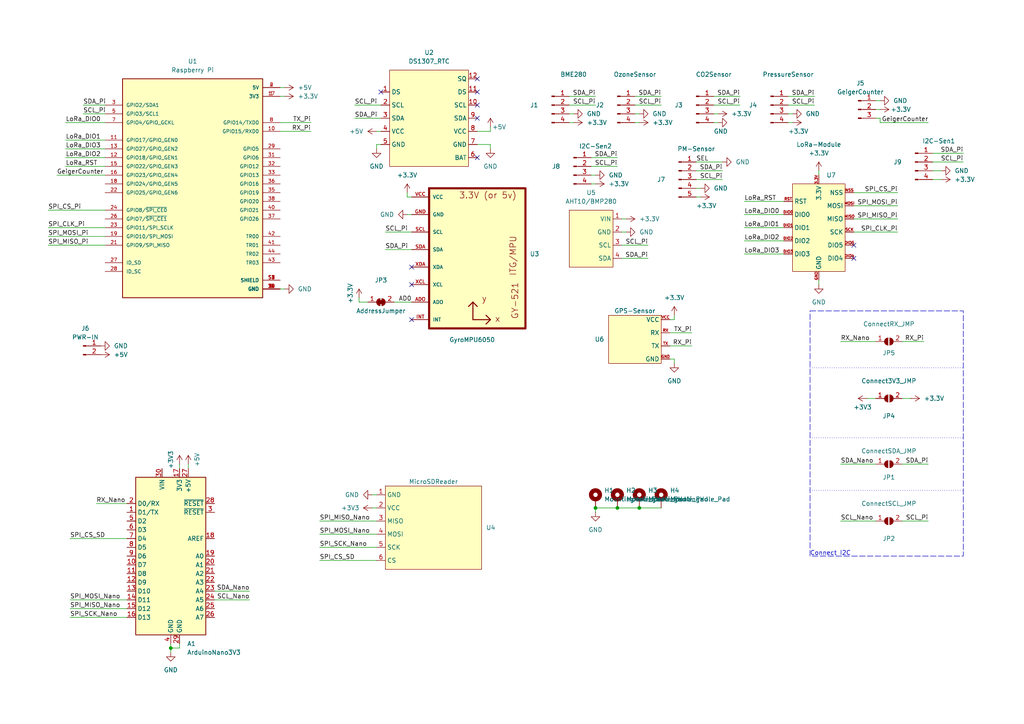
<source format=kicad_sch>
(kicad_sch (version 20250114) (generator "eeschema") (generator_version "9.0")
  (paper "A4")
  (lib_symbols
    (symbol "+3.3V_1" (power) (pin_numbers (hide yes)) (pin_names (offset 0) (hide yes))
      (property "Value" "+3.3V" (at 0 3.556 0))
      (symbol "+3.3V_1_0_1"
        (polyline (pts (xy -0.762 1.27) (xy 0 2.54)))
        (polyline (pts (xy 0 2.54) (xy 0.762 1.27)))
        (polyline (pts (xy 0 0) (xy 0 2.54)))
      )
      (symbol "+3.3V_1_1_1"
        (pin power_in line (at 0 0 90) (length 0) (name "~") (number "1"))
      )
    )
    (symbol "AHT10:AHT10"
      (property "Reference" "U" (at -2.54 10.16 0))
      (property "Value" "AHT10" (at 0 -10.16 0))
      (symbol "AHT10_1_1"
        (rectangle (start -6.35 8.89) (end 6.35 -7.62) (fill (type background)))
        (pin power_in line (at 8.89 6.35 180) (length 2.54) (name "VIN") (number "1"))
        (pin power_in line (at 8.89 2.54 180) (length 2.54) (name "GND") (number "2"))
        (pin input line (at 8.89 -1.27 180) (length 2.54) (name "SCL") (number "3"))
        (pin input line (at 8.89 -5.08 180) (length 2.54) (name "SDA") (number "4"))
      )
    )
    (symbol "Connector:Conn_01x02_Pin" (pin_names (offset 1.016) (hide yes))
      (property "Reference" "J" (at 0 2.54 0))
      (property "Value" "Conn_01x02_Pin" (at 0 -5.08 0))
      (symbol "Conn_01x02_Pin_1_1"
        (rectangle (start 0.8636 0.127) (end 0 -0.127) (stroke (width 0.1524)) (fill (type outline)))
        (rectangle (start 0.8636 -2.413) (end 0 -2.667) (stroke (width 0.1524)) (fill (type outline)))
        (polyline (pts (xy 1.27 0) (xy 0.8636 0)) (stroke (width 0.1524)))
        (polyline (pts (xy 1.27 -2.54) (xy 0.8636 -2.54)) (stroke (width 0.1524)))
        (pin passive line (at 5.08 0 180) (length 3.81) (name "Pin_1") (number "1"))
        (pin passive line (at 5.08 -2.54 180) (length 3.81) (name "Pin_2") (number "2"))
      )
    )
    (symbol "Connector:Conn_01x03_Pin" (pin_names (offset 1.016) (hide yes))
      (property "Reference" "J" (at 0 5.08 0))
      (property "Value" "Conn_01x03_Pin" (at 0 -5.08 0))
      (symbol "Conn_01x03_Pin_1_1"
        (rectangle (start 0.8636 2.667) (end 0 2.413) (stroke (width 0.1524)) (fill (type outline)))
        (rectangle (start 0.8636 0.127) (end 0 -0.127) (stroke (width 0.1524)) (fill (type outline)))
        (rectangle (start 0.8636 -2.413) (end 0 -2.667) (stroke (width 0.1524)) (fill (type outline)))
        (polyline (pts (xy 1.27 2.54) (xy 0.8636 2.54)) (stroke (width 0.1524)))
        (polyline (pts (xy 1.27 0) (xy 0.8636 0)) (stroke (width 0.1524)))
        (polyline (pts (xy 1.27 -2.54) (xy 0.8636 -2.54)) (stroke (width 0.1524)))
        (pin passive line (at 5.08 2.54 180) (length 3.81) (name "Pin_1") (number "1"))
        (pin passive line (at 5.08 0 180) (length 3.81) (name "Pin_2") (number "2"))
        (pin passive line (at 5.08 -2.54 180) (length 3.81) (name "Pin_3") (number "3"))
      )
    )
    (symbol "Connector:Conn_01x04_Pin" (pin_names (offset 1.016) (hide yes))
      (property "Reference" "J" (at 0 5.08 0))
      (property "Value" "Conn_01x04_Pin" (at 0 -7.62 0))
      (symbol "Conn_01x04_Pin_1_1"
        (rectangle (start 0.8636 2.667) (end 0 2.413) (stroke (width 0.1524)) (fill (type outline)))
        (rectangle (start 0.8636 0.127) (end 0 -0.127) (stroke (width 0.1524)) (fill (type outline)))
        (rectangle (start 0.8636 -2.413) (end 0 -2.667) (stroke (width 0.1524)) (fill (type outline)))
        (rectangle (start 0.8636 -4.953) (end 0 -5.207) (stroke (width 0.1524)) (fill (type outline)))
        (polyline (pts (xy 1.27 2.54) (xy 0.8636 2.54)) (stroke (width 0.1524)))
        (polyline (pts (xy 1.27 0) (xy 0.8636 0)) (stroke (width 0.1524)))
        (polyline (pts (xy 1.27 -2.54) (xy 0.8636 -2.54)) (stroke (width 0.1524)))
        (polyline (pts (xy 1.27 -5.08) (xy 0.8636 -5.08)) (stroke (width 0.1524)))
        (pin passive line (at 5.08 2.54 180) (length 3.81) (name "Pin_1") (number "1"))
        (pin passive line (at 5.08 0 180) (length 3.81) (name "Pin_2") (number "2"))
        (pin passive line (at 5.08 -2.54 180) (length 3.81) (name "Pin_3") (number "3"))
        (pin passive line (at 5.08 -5.08 180) (length 3.81) (name "Pin_4") (number "4"))
      )
    )
    (symbol "Connector:Conn_01x05_Pin" (pin_names (offset 1.016) (hide yes))
      (property "Reference" "J" (at 0 7.62 0))
      (property "Value" "Conn_01x05_Pin" (at 0 -7.62 0))
      (symbol "Conn_01x05_Pin_1_1"
        (rectangle (start 0.8636 5.207) (end 0 4.953) (stroke (width 0.1524)) (fill (type outline)))
        (rectangle (start 0.8636 2.667) (end 0 2.413) (stroke (width 0.1524)) (fill (type outline)))
        (rectangle (start 0.8636 0.127) (end 0 -0.127) (stroke (width 0.1524)) (fill (type outline)))
        (rectangle (start 0.8636 -2.413) (end 0 -2.667) (stroke (width 0.1524)) (fill (type outline)))
        (rectangle (start 0.8636 -4.953) (end 0 -5.207) (stroke (width 0.1524)) (fill (type outline)))
        (polyline (pts (xy 1.27 5.08) (xy 0.8636 5.08)) (stroke (width 0.1524)))
        (polyline (pts (xy 1.27 2.54) (xy 0.8636 2.54)) (stroke (width 0.1524)))
        (polyline (pts (xy 1.27 0) (xy 0.8636 0)) (stroke (width 0.1524)))
        (polyline (pts (xy 1.27 -2.54) (xy 0.8636 -2.54)) (stroke (width 0.1524)))
        (polyline (pts (xy 1.27 -5.08) (xy 0.8636 -5.08)) (stroke (width 0.1524)))
        (pin passive line (at 5.08 5.08 180) (length 3.81) (name "Pin_1") (number "1"))
        (pin passive line (at 5.08 2.54 180) (length 3.81) (name "Pin_2") (number "2"))
        (pin passive line (at 5.08 0 180) (length 3.81) (name "Pin_3") (number "3"))
        (pin passive line (at 5.08 -2.54 180) (length 3.81) (name "Pin_4") (number "4"))
        (pin passive line (at 5.08 -5.08 180) (length 3.81) (name "Pin_5") (number "5"))
      )
    )
    (symbol "DS1307:DS1307_Module"
      (property "Reference" "U" (at 0 2.54 0))
      (symbol "DS1307_Module_1_1"
        (rectangle (start -11.43 16.51) (end 11.43 -11.43) (fill (type background)))
        (pin input line (at -13.97 10.16 0) (length 2.54) (name "DS") (number "1"))
        (pin input line (at -13.97 6.35 0) (length 2.54) (name "SCL") (number "2"))
        (pin bidirectional line (at -13.97 2.54 0) (length 2.54) (name "SDA") (number "3"))
        (pin power_in line (at -13.97 -1.27 0) (length 2.54) (name "VCC") (number "4"))
        (pin power_in line (at -13.97 -5.08 0) (length 2.54) (name "GND") (number "5"))
        (pin input line (at 13.97 13.97 180) (length 2.54) (name "SQ") (number "12"))
        (pin input line (at 13.97 10.16 180) (length 2.54) (name "DS") (number "11"))
        (pin input line (at 13.97 6.35 180) (length 2.54) (name "SCL") (number "10"))
        (pin bidirectional line (at 13.97 2.54 180) (length 2.54) (name "SDA") (number "9"))
        (pin power_in line (at 13.97 -1.27 180) (length 2.54) (name "VCC") (number "8"))
        (pin power_in line (at 13.97 -5.08 180) (length 2.54) (name "GND") (number "7"))
        (pin power_in line (at 13.97 -8.89 180) (length 2.54) (name "BAT") (number "6"))
      )
    )
    (symbol "GND_1" (power) (pin_numbers (hide yes)) (pin_names (offset 0) (hide yes))
      (property "Value" "GND" (at 0 -3.81 0))
      (symbol "GND_1_0_1"
        (polyline (pts (xy 0 0) (xy 0 -1.27) (xy 1.27 -1.27) (xy 0 -2.54) (xy -1.27 -1.27) (xy 0 -1.27)))
      )
      (symbol "GND_1_1_1"
        (pin power_in line (at 0 0 270) (length 0) (name "~") (number "1"))
      )
    )
    (symbol "GY-521:GY-521" (pin_names (offset 1.016))
      (property "Reference" "U" (at 0 0 0))
      (property "Value" "GY-521" (at 0 0 0))
      (symbol "GY-521_0_0"
        (rectangle (start -10.16 -22.86) (end 17.78 17.78) (stroke (width 0.6096)) (fill (type background)))
        (polyline (pts (xy 2.54 -15.24) (xy 1.27 -16.51)) (stroke (width 0.3048)))
        (polyline (pts (xy 2.54 -15.24) (xy 3.81 -16.51)) (stroke (width 0.3048)))
        (polyline (pts (xy 2.54 -20.32) (xy 2.54 -15.24)) (stroke (width 0.3048)))
        (polyline (pts (xy 2.54 -20.32) (xy 7.62 -20.32)) (stroke (width 0.3048)))
        (polyline (pts (xy 7.62 -20.32) (xy 6.35 -19.05)) (stroke (width 0.3048)))
        (polyline (pts (xy 7.62 -20.32) (xy 6.35 -21.59)) (stroke (width 0.3048)))
        (text "3.3V (or 5v)" (at -1.524 14.732 0) (effects (font (size 1.778 1.778)) (justify left bottom)))
        (text "y" (at 5.08 -15.24 0) (effects (font (size 1.778 1.778)) (justify left bottom)))
        (text "x" (at 8.89 -21.082 0) (effects (font (size 1.778 1.778)) (justify left bottom)))
        (text "GY-521" (at 13.716 -9.398 900) (effects (font (size 1.778 1.778)) (justify right top)))
        (text "ITG/MPU" (at 15.24 -7.62 900) (effects (font (size 1.778 1.778)) (justify left bottom)))
        (pin bidirectional line (at -15.24 15.24 0) (length 5.08) (name "VCC") (number "VCC"))
        (pin bidirectional line (at -15.24 10.16 0) (length 5.08) (name "GND") (number "GND"))
        (pin bidirectional line (at -15.24 5.08 0) (length 5.08) (name "SCL") (number "SCL"))
        (pin bidirectional line (at -15.24 0 0) (length 5.08) (name "SDA") (number "SDA"))
        (pin bidirectional line (at -15.24 -5.08 0) (length 5.08) (name "XDA") (number "XDA"))
        (pin bidirectional line (at -15.24 -10.16 0) (length 5.08) (name "XCL") (number "XCL"))
        (pin bidirectional line (at -15.24 -15.24 0) (length 5.08) (name "ADO") (number "ADO"))
        (pin bidirectional line (at -15.24 -20.32 0) (length 5.08) (name "INT") (number "INT"))
      )
    )
    (symbol "GY-GPS6MV2:GY-GPS6MV2"
      (property "Reference" "U" (at 0 7.62 0))
      (symbol "GY-GPS6MV2_1_1"
        (rectangle (start -7.62 6.35) (end 7.62 -7.62) (fill (type background)))
        (pin input line (at -10.16 5.08 0) (length 2.54) (name "GND") (number "GND"))
        (pin input line (at -10.16 1.27 0) (length 2.54) (name "TX") (number "TX"))
        (pin input line (at -10.16 -2.54 0) (length 2.54) (name "RX") (number "RX"))
        (pin input line (at -10.16 -6.35 0) (length 2.54) (name "VCC") (number "VCC"))
      )
    )
    (symbol "Jumper:SolderJumper_2_Bridged" (pin_names (offset 0) (hide yes))
      (property "Reference" "JP" (at 0 2.032 0))
      (property "Value" "SolderJumper_2_Bridged" (at 0 -2.54 0))
      (symbol "SolderJumper_2_Bridged_0_1"
        (rectangle (start -0.508 0.508) (end 0.508 -0.508) (fill (type outline)))
        (polyline (pts (xy -0.254 1.016) (xy -0.254 -1.016)))
        (arc (start -0.254 -1.016) (mid -1.2656 0) (end -0.254 1.016))
        (arc (start -0.254 -1.016) (mid -1.2656 0) (end -0.254 1.016) (fill (type outline)))
        (arc (start 0.254 1.016) (mid 1.2656 0) (end 0.254 -1.016))
        (arc (start 0.254 1.016) (mid 1.2656 0) (end 0.254 -1.016) (fill (type outline)))
        (polyline (pts (xy 0.254 1.016) (xy 0.254 -1.016)))
      )
      (symbol "SolderJumper_2_Bridged_1_1"
        (pin passive line (at -3.81 0 0) (length 2.54) (name "A") (number "1"))
        (pin passive line (at 3.81 0 180) (length 2.54) (name "B") (number "2"))
      )
    )
    (symbol "Jumper:SolderJumper_2_Open" (pin_names (offset 0) (hide yes))
      (property "Reference" "JP" (at 0 2.032 0))
      (property "Value" "SolderJumper_2_Open" (at 0 -2.54 0))
      (symbol "SolderJumper_2_Open_0_1"
        (polyline (pts (xy -0.254 1.016) (xy -0.254 -1.016)))
        (arc (start -0.254 -1.016) (mid -1.2656 0) (end -0.254 1.016))
        (arc (start -0.254 -1.016) (mid -1.2656 0) (end -0.254 1.016) (fill (type outline)))
        (arc (start 0.254 1.016) (mid 1.2656 0) (end 0.254 -1.016))
        (arc (start 0.254 1.016) (mid 1.2656 0) (end 0.254 -1.016) (fill (type outline)))
        (polyline (pts (xy 0.254 1.016) (xy 0.254 -1.016)))
      )
      (symbol "SolderJumper_2_Open_1_1"
        (pin passive line (at -3.81 0 0) (length 2.54) (name "A") (number "1"))
        (pin passive line (at 3.81 0 180) (length 2.54) (name "B") (number "2"))
      )
    )
    (symbol "MCU_Module:Arduino_Nano_v3.x"
      (property "Reference" "A" (at -10.16 23.495 0))
      (property "Value" "Arduino_Nano_v3.x" (at 5.08 -24.13 0))
      (symbol "Arduino_Nano_v3.x_0_1"
        (rectangle (start -10.16 22.86) (end 10.16 -22.86) (stroke (width 0.254)) (fill (type background)))
      )
      (symbol "Arduino_Nano_v3.x_1_1"
        (pin bidirectional line (at -12.7 15.24 0) (length 2.54) (name "D0/RX") (number "2"))
        (pin bidirectional line (at -12.7 12.7 0) (length 2.54) (name "D1/TX") (number "1"))
        (pin bidirectional line (at -12.7 10.16 0) (length 2.54) (name "D2") (number "5"))
        (pin bidirectional line (at -12.7 7.62 0) (length 2.54) (name "D3") (number "6"))
        (pin bidirectional line (at -12.7 5.08 0) (length 2.54) (name "D4") (number "7"))
        (pin bidirectional line (at -12.7 2.54 0) (length 2.54) (name "D5") (number "8"))
        (pin bidirectional line (at -12.7 0 0) (length 2.54) (name "D6") (number "9"))
        (pin bidirectional line (at -12.7 -2.54 0) (length 2.54) (name "D7") (number "10"))
        (pin bidirectional line (at -12.7 -5.08 0) (length 2.54) (name "D8") (number "11"))
        (pin bidirectional line (at -12.7 -7.62 0) (length 2.54) (name "D9") (number "12"))
        (pin bidirectional line (at -12.7 -10.16 0) (length 2.54) (name "D10") (number "13"))
        (pin bidirectional line (at -12.7 -12.7 0) (length 2.54) (name "D11") (number "14"))
        (pin bidirectional line (at -12.7 -15.24 0) (length 2.54) (name "D12") (number "15"))
        (pin bidirectional line (at -12.7 -17.78 0) (length 2.54) (name "D13") (number "16"))
        (pin power_in line (at -2.54 25.4 270) (length 2.54) (name "VIN") (number "30"))
        (pin power_in line (at 0 -25.4 90) (length 2.54) (name "GND") (number "4"))
        (pin power_out line (at 2.54 25.4 270) (length 2.54) (name "3V3") (number "17"))
        (pin power_in line (at 2.54 -25.4 90) (length 2.54) (name "GND") (number "29"))
        (pin power_out line (at 5.08 25.4 270) (length 2.54) (name "+5V") (number "27"))
        (pin input line (at 12.7 15.24 180) (length 2.54) (name "~{RESET}") (number "28"))
        (pin input line (at 12.7 12.7 180) (length 2.54) (name "~{RESET}") (number "3"))
        (pin input line (at 12.7 5.08 180) (length 2.54) (name "AREF") (number "18"))
        (pin bidirectional line (at 12.7 0 180) (length 2.54) (name "A0") (number "19"))
        (pin bidirectional line (at 12.7 -2.54 180) (length 2.54) (name "A1") (number "20"))
        (pin bidirectional line (at 12.7 -5.08 180) (length 2.54) (name "A2") (number "21"))
        (pin bidirectional line (at 12.7 -7.62 180) (length 2.54) (name "A3") (number "22"))
        (pin bidirectional line (at 12.7 -10.16 180) (length 2.54) (name "A4") (number "23"))
        (pin bidirectional line (at 12.7 -12.7 180) (length 2.54) (name "A5") (number "24"))
        (pin bidirectional line (at 12.7 -15.24 180) (length 2.54) (name "A6") (number "25"))
        (pin bidirectional line (at 12.7 -17.78 180) (length 2.54) (name "A7") (number "26"))
      )
    )
    (symbol "Mechanical:MountingHole_Pad" (pin_numbers (hide yes)) (pin_names (offset 1.016) (hide yes)) (exclude_from_sim yes) (in_bom no)
      (property "Reference" "H" (at 0 6.35 0))
      (property "Value" "MountingHole_Pad" (at 0 4.445 0))
      (symbol "MountingHole_Pad_0_1"
        (circle (center 0 1.27) (radius 1.27) (stroke (width 1.27)))
      )
      (symbol "MountingHole_Pad_1_1"
        (pin input line (at 0 -2.54 90) (length 2.54) (name "1") (number "1"))
      )
    )
    (symbol "MicroSDModule:MicroSDModule"
      (property "Reference" "U" (at -1.27 13.97 0))
      (symbol "MicroSDModule_1_1"
        (rectangle (start -13.97 11.43) (end 13.97 -12.7) (fill (type background)))
        (pin power_in line (at -16.51 8.89 0) (length 2.54) (name "GND") (number "1"))
        (pin power_in line (at -16.51 5.08 0) (length 2.54) (name "VCC") (number "2"))
        (pin output line (at -16.51 1.27 0) (length 2.54) (name "MISO") (number "3"))
        (pin input line (at -16.51 -2.54 0) (length 2.54) (name "MOSI") (number "4"))
        (pin input line (at -16.51 -6.35 0) (length 2.54) (name "SCK") (number "5"))
        (pin input line (at -16.51 -10.16 0) (length 2.54) (name "CS") (number "6"))
      )
    )
    (symbol "RaspberryPi4b:RASPBERRY_PI_4B_4GB" (pin_names (offset 1.016))
      (property "Reference" "U" (at -20.32 33.528 0))
      (property "Value" "RASPBERRY_PI_4B_4GB" (at -20.32 -33.02 0))
      (symbol "RASPBERRY_PI_4B_4GB_0_0"
        (rectangle (start -20.32 -30.48) (end 20.32 33.02) (stroke (width 0.254)) (fill (type background)))
        (pin bidirectional line (at -25.4 25.4 0) (length 5.08) (name "GPIO2/SDA1") (number "3"))
        (pin bidirectional line (at -25.4 22.86 0) (length 5.08) (name "GPIO3/SCL1") (number "5"))
        (pin bidirectional line (at -25.4 20.32 0) (length 5.08) (name "GPIO4/GPIO_GCKL") (number "7"))
        (pin bidirectional line (at -25.4 15.24 0) (length 5.08) (name "GPIO17/GPIO_GEN0") (number "11"))
        (pin bidirectional line (at -25.4 12.7 0) (length 5.08) (name "GPIO27/GPIO_GEN2") (number "13"))
        (pin bidirectional line (at -25.4 10.16 0) (length 5.08) (name "GPIO18/GPIO_GEN1") (number "12"))
        (pin bidirectional line (at -25.4 7.62 0) (length 5.08) (name "GPIO22/GPIO_GEN3") (number "15"))
        (pin bidirectional line (at -25.4 5.08 0) (length 5.08) (name "GPIO23/GPIO_GEN4") (number "16"))
        (pin bidirectional line (at -25.4 2.54 0) (length 5.08) (name "GPIO24/GPIO_GEN5") (number "18"))
        (pin bidirectional line (at -25.4 0 0) (length 5.08) (name "GPIO25/GPIO_GEN6") (number "22"))
        (pin bidirectional line (at -25.4 -5.08 0) (length 5.08) (name "GPIO8/~{SPI_CE0}") (number "24"))
        (pin bidirectional line (at -25.4 -7.62 0) (length 5.08) (name "GPIO7/~{SPI_CE1}") (number "26"))
        (pin bidirectional line (at -25.4 -10.16 0) (length 5.08) (name "GPIO11/SPI_SCLK") (number "23"))
        (pin bidirectional line (at -25.4 -12.7 0) (length 5.08) (name "GPIO10/SPI_MOSI") (number "19"))
        (pin bidirectional line (at -25.4 -15.24 0) (length 5.08) (name "GPIO9/SPI_MISO") (number "21"))
        (pin bidirectional line (at -25.4 -20.32 0) (length 5.08) (name "ID_SD") (number "27"))
        (pin bidirectional line (at -25.4 -22.86 0) (length 5.08) (name "ID_SC") (number "28"))
        (pin power_in line (at 25.4 30.48 180) (length 5.08) (name "5V") (number "2"))
        (pin power_in line (at 25.4 30.48 180) (length 5.08) (name "5V") (number "4"))
        (pin power_in line (at 25.4 27.94 180) (length 5.08) (name "3V3") (number "1"))
        (pin power_in line (at 25.4 27.94 180) (length 5.08) (name "3V3") (number "17"))
        (pin bidirectional line (at 25.4 20.32 180) (length 5.08) (name "GPIO14/TXD0") (number "8"))
        (pin bidirectional line (at 25.4 17.78 180) (length 5.08) (name "GPIO15/RXD0") (number "10"))
        (pin bidirectional line (at 25.4 12.7 180) (length 5.08) (name "GPIO5") (number "29"))
        (pin bidirectional line (at 25.4 10.16 180) (length 5.08) (name "GPIO6") (number "31"))
        (pin bidirectional line (at 25.4 7.62 180) (length 5.08) (name "GPIO12") (number "32"))
        (pin bidirectional line (at 25.4 5.08 180) (length 5.08) (name "GPIO13") (number "33"))
        (pin bidirectional line (at 25.4 2.54 180) (length 5.08) (name "GPIO16") (number "36"))
        (pin bidirectional line (at 25.4 0 180) (length 5.08) (name "GPIO19") (number "35"))
        (pin bidirectional line (at 25.4 -2.54 180) (length 5.08) (name "GPIO20") (number "38"))
        (pin bidirectional line (at 25.4 -5.08 180) (length 5.08) (name "GPIO21") (number "40"))
        (pin bidirectional line (at 25.4 -7.62 180) (length 5.08) (name "GPIO26") (number "37"))
        (pin bidirectional line (at 25.4 -12.7 180) (length 5.08) (name "TR00") (number "42"))
        (pin bidirectional line (at 25.4 -15.24 180) (length 5.08) (name "TR01") (number "41"))
        (pin bidirectional line (at 25.4 -17.78 180) (length 5.08) (name "TR02") (number "44"))
        (pin bidirectional line (at 25.4 -20.32 180) (length 5.08) (name "TR03") (number "43"))
        (pin power_in line (at 25.4 -25.4 180) (length 5.08) (name "SHIELD") (number "S1"))
        (pin power_in line (at 25.4 -25.4 180) (length 5.08) (name "SHIELD") (number "S2"))
        (pin power_in line (at 25.4 -25.4 180) (length 5.08) (name "SHIELD") (number "S3"))
        (pin power_in line (at 25.4 -25.4 180) (length 5.08) (name "SHIELD") (number "S4"))
        (pin power_in line (at 25.4 -27.94 180) (length 5.08) (name "GND") (number "14"))
        (pin power_in line (at 25.4 -27.94 180) (length 5.08) (name "GND") (number "20"))
        (pin power_in line (at 25.4 -27.94 180) (length 5.08) (name "GND") (number "25"))
        (pin power_in line (at 25.4 -27.94 180) (length 5.08) (name "GND") (number "30"))
        (pin power_in line (at 25.4 -27.94 180) (length 5.08) (name "GND") (number "34"))
        (pin power_in line (at 25.4 -27.94 180) (length 5.08) (name "GND") (number "39"))
        (pin power_in line (at 25.4 -27.94 180) (length 5.08) (name "GND") (number "6"))
        (pin power_in line (at 25.4 -27.94 180) (length 5.08) (name "GND") (number "9"))
      )
    )
    (symbol "SX1278_LoRa:SX1278_LoRa"
      (property "Reference" "U" (at 0 0 0))
      (symbol "SX1278_LoRa_1_1"
        (rectangle (start -7.62 12.7) (end 7.62 -12.7) (fill (type background)))
        (pin input line (at -10.16 7.62 0) (length 2.54) (name "RST") (number "RST"))
        (pin bidirectional line (at -10.16 3.81 0) (length 2.54) (name "DIO0") (number "DIO0"))
        (pin bidirectional line (at -10.16 0 0) (length 2.54) (name "DIO1") (number "DIO1"))
        (pin bidirectional line (at -10.16 -3.81 0) (length 2.54) (name "DIO2") (number "DIO2"))
        (pin bidirectional line (at -10.16 -7.62 0) (length 2.54) (name "DIO3") (number "DIO3"))
        (pin power_in line (at 0 15.24 270) (length 2.54) (name "3.3V") (number "3.3V"))
        (pin power_in line (at 0 -15.24 90) (length 2.54) (name "GND") (number "GND"))
        (pin input line (at 10.16 10.16 180) (length 2.54) (name "NSS") (number "NSS"))
        (pin input line (at 10.16 6.35 180) (length 2.54) (name "MOSI") (number "MOSI"))
        (pin output line (at 10.16 2.54 180) (length 2.54) (name "MISO") (number "MISO"))
        (pin input line (at 10.16 -1.27 180) (length 2.54) (name "SCK") (number "SCK"))
        (pin bidirectional line (at 10.16 -5.08 180) (length 2.54) (name "DIO5") (number "DIO5"))
        (pin bidirectional line (at 10.16 -8.89 180) (length 2.54) (name "DIO4") (number "DIO4"))
      )
    )
    (symbol "power:+3.3V" (power) (pin_names (offset 0))
      (property "Value" "+3.3V" (at 0 3.556 0))
      (symbol "+3.3V_0_1"
        (polyline (pts (xy -0.762 1.27) (xy 0 2.54)))
        (polyline (pts (xy 0 2.54) (xy 0.762 1.27)))
        (polyline (pts (xy 0 0) (xy 0 2.54)))
      )
      (symbol "+3.3V_1_1"
        (pin power_in line (at 0 0 90) (length 0) (hide yes) (name "+3.3V") (number "1"))
      )
    )
    (symbol "power:+3V3" (power) (pin_names (offset 0))
      (property "Value" "+3V3" (at 0 3.556 0))
      (symbol "+3V3_0_1"
        (polyline (pts (xy -0.762 1.27) (xy 0 2.54)))
        (polyline (pts (xy 0 2.54) (xy 0.762 1.27)))
        (polyline (pts (xy 0 0) (xy 0 2.54)))
      )
      (symbol "+3V3_1_1"
        (pin power_in line (at 0 0 90) (length 0) (hide yes) (name "+3V3") (number "1"))
      )
    )
    (symbol "power:+5V" (power) (pin_names (offset 0))
      (property "Value" "+5V" (at 0 3.556 0))
      (symbol "+5V_0_1"
        (polyline (pts (xy -0.762 1.27) (xy 0 2.54)))
        (polyline (pts (xy 0 2.54) (xy 0.762 1.27)))
        (polyline (pts (xy 0 0) (xy 0 2.54)))
      )
      (symbol "+5V_1_1"
        (pin power_in line (at 0 0 90) (length 0) (hide yes) (name "+5V") (number "1"))
      )
    )
    (symbol "power:GND" (power) (pin_names (offset 0))
      (property "Value" "GND" (at 0 -3.81 0))
      (symbol "GND_0_1"
        (polyline (pts (xy 0 0) (xy 0 -1.27) (xy 1.27 -1.27) (xy 0 -2.54) (xy -1.27 -1.27) (xy 0 -1.27)))
      )
      (symbol "GND_1_1"
        (pin power_in line (at 0 0 270) (length 0) (hide yes) (name "GND") (number "1"))
      )
    )
  )
  (rectangle (start 234.95 90.17) (end 279.4 161.29) (stroke (width 0) (type dash)))
  (text "Connect I2C" (at 234.95 161.29 0) (effects (font (size 1.27 1.27)) (justify left bottom)))
  (junction (at 179.07 147.32))
  (junction (at 185.42 147.32))
  (junction (at 49.53 187.96))
  (junction (at 172.72 147.32))
  (no_connect (at 119.38 92.71))
  (no_connect (at 138.43 34.29))
  (no_connect (at 138.43 26.67))
  (no_connect (at 138.43 30.48))
  (no_connect (at 119.38 82.55))
  (no_connect (at 138.43 22.86))
  (no_connect (at 138.43 45.72))
  (no_connect (at 247.65 71.12))
  (no_connect (at 247.65 74.93))
  (no_connect (at 110.49 26.67))
  (no_connect (at 119.38 77.47))
  (wire (pts (xy 102.87 30.48) (xy 110.49 30.48)))
  (wire (pts (xy 49.53 186.69) (xy 49.53 187.96)))
  (wire (pts (xy 260.35 67.31) (xy 247.65 67.31)))
  (wire (pts (xy 270.51 44.45) (xy 279.4 44.45)))
  (polyline (pts (xy 234.95 106.68) (xy 279.4 106.68)) (stroke (width 0) (type dot)))
  (wire (pts (xy 243.84 151.13) (xy 254 151.13)))
  (wire (pts (xy 118.11 55.88) (xy 118.11 57.15)))
  (wire (pts (xy 104.14 87.63) (xy 106.68 87.63)))
  (wire (pts (xy 171.45 50.8) (xy 172.72 50.8)))
  (wire (pts (xy 92.71 154.94) (xy 109.22 154.94)))
  (wire (pts (xy 81.28 35.56) (xy 90.17 35.56)))
  (wire (pts (xy 180.34 67.31) (xy 181.61 67.31)))
  (wire (pts (xy 215.9 66.04) (xy 227.33 66.04)))
  (wire (pts (xy 19.05 43.18) (xy 30.48 43.18)))
  (wire (pts (xy 184.15 33.02) (xy 185.42 33.02)))
  (wire (pts (xy 165.1 33.02) (xy 166.37 33.02)))
  (wire (pts (xy 54.61 134.62) (xy 54.61 135.89)))
  (wire (pts (xy 228.6 33.02) (xy 229.87 33.02)))
  (wire (pts (xy 92.71 151.13) (xy 109.22 151.13)))
  (wire (pts (xy 172.72 30.48) (xy 165.1 30.48)))
  (wire (pts (xy 215.9 69.85) (xy 227.33 69.85)))
  (wire (pts (xy 214.63 30.48) (xy 207.01 30.48)))
  (wire (pts (xy 109.22 41.91) (xy 110.49 41.91)))
  (wire (pts (xy 107.95 143.51) (xy 109.22 143.51)))
  (wire (pts (xy 20.32 173.99) (xy 36.83 173.99)))
  (wire (pts (xy 243.84 99.06) (xy 254 99.06)))
  (wire (pts (xy 255.27 35.56) (xy 269.24 35.56)))
  (wire (pts (xy 13.97 68.58) (xy 30.48 68.58)))
  (wire (pts (xy 179.07 48.26) (xy 171.45 48.26)))
  (wire (pts (xy 251.46 115.57) (xy 254 115.57)))
  (wire (pts (xy 185.42 35.56) (xy 184.15 35.56)))
  (wire (pts (xy 118.11 62.23) (xy 119.38 62.23)))
  (wire (pts (xy 236.22 27.94) (xy 228.6 27.94)))
  (wire (pts (xy 19.05 48.26) (xy 30.48 48.26)))
  (wire (pts (xy 195.58 92.71) (xy 194.31 92.71)))
  (wire (pts (xy 109.22 38.1) (xy 110.49 38.1)))
  (wire (pts (xy 195.58 91.44) (xy 195.58 92.71)))
  (wire (pts (xy 247.65 59.69) (xy 260.35 59.69)))
  (wire (pts (xy 111.76 72.39) (xy 119.38 72.39)))
  (wire (pts (xy 187.96 74.93) (xy 180.34 74.93)))
  (wire (pts (xy 270.51 52.07) (xy 273.05 52.07)))
  (wire (pts (xy 179.07 147.32) (xy 185.42 147.32)))
  (wire (pts (xy 229.87 35.56) (xy 228.6 35.56)))
  (wire (pts (xy 237.49 49.53) (xy 237.49 50.8)))
  (wire (pts (xy 27.94 146.05) (xy 36.83 146.05)))
  (wire (pts (xy 215.9 62.23) (xy 227.33 62.23)))
  (wire (pts (xy 109.22 43.18) (xy 109.22 41.91)))
  (wire (pts (xy 203.2 57.15) (xy 201.93 57.15)))
  (wire (pts (xy 13.97 60.96) (xy 30.48 60.96)))
  (wire (pts (xy 209.55 52.07) (xy 201.93 52.07)))
  (wire (pts (xy 82.55 27.94) (xy 81.28 27.94)))
  (wire (pts (xy 172.72 147.32) (xy 179.07 147.32)))
  (wire (pts (xy 237.49 82.55) (xy 237.49 81.28)))
  (wire (pts (xy 269.24 151.13) (xy 261.62 151.13)))
  (wire (pts (xy 82.55 25.4) (xy 81.28 25.4)))
  (wire (pts (xy 179.07 45.72) (xy 171.45 45.72)))
  (wire (pts (xy 102.87 34.29) (xy 110.49 34.29)))
  (wire (pts (xy 270.51 46.99) (xy 279.4 46.99)))
  (wire (pts (xy 208.28 35.56) (xy 207.01 35.56)))
  (wire (pts (xy 195.58 104.14) (xy 194.31 104.14)))
  (wire (pts (xy 195.58 105.41) (xy 195.58 104.14)))
  (polyline (pts (xy 234.95 127) (xy 279.4 127)) (stroke (width 0) (type dot)))
  (wire (pts (xy 207.01 33.02) (xy 208.28 33.02)))
  (wire (pts (xy 142.24 43.18) (xy 142.24 41.91)))
  (wire (pts (xy 81.28 83.82) (xy 82.55 83.82)))
  (wire (pts (xy 243.84 134.62) (xy 254 134.62)))
  (wire (pts (xy 142.24 38.1) (xy 138.43 38.1)))
  (wire (pts (xy 191.77 30.48) (xy 184.15 30.48)))
  (wire (pts (xy 214.63 27.94) (xy 207.01 27.94)))
  (wire (pts (xy 185.42 147.32) (xy 191.77 147.32)))
  (wire (pts (xy 49.53 189.23) (xy 49.53 187.96)))
  (wire (pts (xy 172.72 147.32) (xy 172.72 148.59)))
  (wire (pts (xy 254 29.21) (xy 255.27 29.21)))
  (wire (pts (xy 111.76 67.31) (xy 119.38 67.31)))
  (wire (pts (xy 215.9 58.42) (xy 227.33 58.42)))
  (wire (pts (xy 201.93 46.99) (xy 209.55 46.99)))
  (wire (pts (xy 201.93 54.61) (xy 203.2 54.61)))
  (wire (pts (xy 172.72 27.94) (xy 165.1 27.94)))
  (wire (pts (xy 255.27 34.29) (xy 254 34.29)))
  (wire (pts (xy 236.22 30.48) (xy 228.6 30.48)))
  (wire (pts (xy 19.05 45.72) (xy 30.48 45.72)))
  (wire (pts (xy 52.07 187.96) (xy 49.53 187.96)))
  (wire (pts (xy 92.71 162.56) (xy 109.22 162.56)))
  (wire (pts (xy 114.3 87.63) (xy 119.38 87.63)))
  (wire (pts (xy 13.97 66.04) (xy 30.48 66.04)))
  (wire (pts (xy 142.24 36.83) (xy 142.24 38.1)))
  (wire (pts (xy 19.05 40.64) (xy 30.48 40.64)))
  (wire (pts (xy 19.05 35.56) (xy 30.48 35.56)))
  (wire (pts (xy 200.66 96.52) (xy 194.31 96.52)))
  (wire (pts (xy 260.35 55.88) (xy 247.65 55.88)))
  (wire (pts (xy 142.24 41.91) (xy 138.43 41.91)))
  (wire (pts (xy 247.65 63.5) (xy 260.35 63.5)))
  (wire (pts (xy 118.11 57.15) (xy 119.38 57.15)))
  (wire (pts (xy 16.51 50.8) (xy 30.48 50.8)))
  (wire (pts (xy 52.07 186.69) (xy 52.07 187.96)))
  (wire (pts (xy 187.96 71.12) (xy 180.34 71.12)))
  (wire (pts (xy 172.72 53.34) (xy 171.45 53.34)))
  (wire (pts (xy 191.77 27.94) (xy 184.15 27.94)))
  (wire (pts (xy 24.13 33.02) (xy 30.48 33.02)))
  (wire (pts (xy 90.17 38.1) (xy 81.28 38.1)))
  (wire (pts (xy 72.39 173.99) (xy 62.23 173.99)))
  (wire (pts (xy 72.39 171.45) (xy 62.23 171.45)))
  (wire (pts (xy 104.14 86.36) (xy 104.14 87.63)))
  (polyline (pts (xy 234.95 142.24) (xy 279.4 142.24)) (stroke (width 0) (type dot)))
  (wire (pts (xy 20.32 156.21) (xy 36.83 156.21)))
  (wire (pts (xy 209.55 49.53) (xy 201.93 49.53)))
  (wire (pts (xy 52.07 134.62) (xy 52.07 135.89)))
  (wire (pts (xy 20.32 176.53) (xy 36.83 176.53)))
  (wire (pts (xy 254 31.75) (xy 255.27 31.75)))
  (wire (pts (xy 166.37 35.56) (xy 165.1 35.56)))
  (wire (pts (xy 200.66 100.33) (xy 194.31 100.33)))
  (wire (pts (xy 92.71 158.75) (xy 109.22 158.75)))
  (wire (pts (xy 107.95 147.32) (xy 109.22 147.32)))
  (wire (pts (xy 270.51 49.53) (xy 273.05 49.53)))
  (wire (pts (xy 215.9 73.66) (xy 227.33 73.66)))
  (wire (pts (xy 264.16 115.57) (xy 261.62 115.57)))
  (wire (pts (xy 255.27 35.56) (xy 255.27 34.29)))
  (wire (pts (xy 13.97 71.12) (xy 30.48 71.12)))
  (wire (pts (xy 20.32 179.07) (xy 36.83 179.07)))
  (wire (pts (xy 181.61 63.5) (xy 180.34 63.5)))
  (wire (pts (xy 24.13 30.48) (xy 30.48 30.48)))
  (wire (pts (xy 269.24 134.62) (xy 261.62 134.62)))
  (wire (pts (xy 267.97 99.06) (xy 261.62 99.06)))
  (label "SDA_Pi" (at 172.72 27.94 180))
  (label "GeigerCounter" (at 16.51 50.8 0))
  (label "SPI_CLK_Pi" (at 260.35 67.31 180))
  (label "LoRa_DIO1" (at 215.9 66.04 0))
  (label "RX_Nano" (at 27.94 146.05 0))
  (label "TX_Pi" (at 200.66 96.52 180))
  (label "SDA_Pi" (at 279.4 44.45 180))
  (label "LoRa_DIO1" (at 19.05 40.64 0))
  (label "SPI_MOSI_Nano" (at 20.32 173.99 0))
  (label "LoRa_RST" (at 19.05 48.26 0))
  (label "SPI_CS_SD" (at 20.32 156.21 0))
  (label "SPI_MISO_Pi" (at 13.97 71.12 0))
  (label "SCL_Pi" (at 209.55 52.07 180))
  (label "SDA_Pi" (at 269.24 134.62 180))
  (label "RX_Pi" (at 267.97 99.06 180))
  (label "LoRa_DIO0" (at 215.9 62.23 0))
  (label "RX_Pi" (at 200.66 100.33 180))
  (label "SDA_Pi" (at 102.87 34.29 0))
  (label "SPI_CS_Pi" (at 13.97 60.96 0))
  (label "SCL_Pi" (at 279.4 46.99 180))
  (label "SCL_Pi" (at 179.07 48.26 180))
  (label "SPI_SCK_Nano" (at 20.32 179.07 0))
  (label "SPI_MOSI_Pi" (at 13.97 68.58 0))
  (label "SCL_Nano" (at 72.39 173.99 180))
  (label "SDA_Pi" (at 209.55 49.53 180))
  (label "SPI_MOSI_Nano" (at 92.71 154.94 0))
  (label "LoRa_RST" (at 215.9 58.42 0))
  (label "SCL_Pi" (at 214.63 30.48 180))
  (label "SCL_Pi" (at 187.96 71.12 180))
  (label "SDA_Pi" (at 111.76 72.39 0))
  (label "RX_Pi" (at 90.17 38.1 180))
  (label "SPI_MOSI_Pi" (at 260.35 59.69 180))
  (label "SDA_Pi" (at 187.96 74.93 180))
  (label "AD0" (at 119.38 87.63 180))
  (label "SCL_Pi" (at 236.22 30.48 180))
  (label "SDA_Pi" (at 24.13 30.48 0))
  (label "SPI_CLK_Pi" (at 13.97 66.04 0))
  (label "SCL_Pi" (at 191.77 30.48 180))
  (label "SPI_SCK_Nano" (at 92.71 158.75 0))
  (label "SDA_Nano" (at 72.39 171.45 180))
  (label "SPI_CS_Pi" (at 260.35 55.88 180))
  (label "SPI_MISO_Pi" (at 260.35 63.5 180))
  (label "TX_Pi" (at 90.17 35.56 180))
  (label "SCL_Pi" (at 269.24 151.13 180))
  (label "SPI_MISO_Nano" (at 20.32 176.53 0))
  (label "SDA_Pi" (at 191.77 27.94 180))
  (label "SCL_Nano" (at 243.84 151.13 0))
  (label "LoRa_DIO3" (at 19.05 43.18 0))
  (label "SCL_Pi" (at 172.72 30.48 180))
  (label "LoRa_DIO2" (at 19.05 45.72 0))
  (label "SDA_Pi" (at 179.07 45.72 180))
  (label "RX_Nano" (at 243.84 99.06 0))
  (label "SCL_Pi" (at 102.87 30.48 0))
  (label "SEL" (at 201.93 46.99 0))
  (label "LoRa_DIO3" (at 215.9 73.66 0))
  (label "LoRa_DIO0" (at 19.05 35.56 0))
  (label "SCL_Pi" (at 111.76 67.31 0))
  (label "GeigerCounter" (at 269.24 35.56 180))
  (label "SDA_Nano" (at 243.84 134.62 0))
  (label "SDA_Pi" (at 236.22 27.94 180))
  (label "SCL_Pi" (at 24.13 33.02 0))
  (label "SPI_MISO_Nano" (at 92.71 151.13 0))
  (label "SDA_Pi" (at 214.63 27.94 180))
  (label "SPI_CS_SD" (at 92.71 162.56 0))
  (label "LoRa_DIO2" (at 215.9 69.85 0))
  (symbol (lib_id "Mechanical:MountingHole_Pad") (at 172.72 144.78 0) (unit 1) (exclude_from_sim yes) (in_bom no)
    (property "Reference" "H1" (at 175.26 142.2399 0) (effects (justify left)))
    (property "Value" "MountingHole_Pad" (at 175.26 144.7799 0) (effects (justify left)))
    (property "Footprint" "MountingHole:MountingHole_2.2mm_M2_DIN965_Pad" (effects (hide yes)))
    (property "Description" "Mounting Hole with connection" (effects (hide yes)))
  )
  (symbol (lib_id "power:+3.3V") (at 104.14 86.36 0) (unit 1)
    (property "Reference" "#PWR08" (effects (hide yes)))
    (property "Value" "+3.3V" (at 101.6 85.09 90))
  )
  (symbol (lib_id "power:GND") (at 237.49 82.55 0) (unit 1)
    (property "Reference" "#PWR029" (effects (hide yes)))
    (property "Value" "GND" (at 237.49 87.63 0))
  )
  (symbol (lib_id "power:+3.3V") (at 195.58 91.44 0) (unit 1)
    (property "Reference" "#PWR027" (effects (hide yes)))
    (property "Value" "+3.3V" (at 195.58 86.36 0))
  )
  (symbol (lib_id "power:+3.3V") (at 229.87 35.56 270) (unit 1)
    (property "Reference" "#PWR025" (effects (hide yes)))
    (property "Value" "+3.3V" (at 228.6 38.1 90) (effects (justify left)))
  )
  (symbol (lib_id "power:+5V") (at 142.24 36.83 0) (unit 1)
    (property "Reference" "#PWR04" (effects (hide yes)))
    (property "Value" "+5V" (at 144.78 36.83 0))
  )
  (symbol (lib_id "power:+3.3V") (at 118.11 55.88 0) (unit 1)
    (property "Reference" "#PWR09" (effects (hide yes)))
    (property "Value" "+3.3V" (at 118.11 50.8 0))
  )
  (symbol (lib_id "power:+3.3V") (at 273.05 52.07 270) (unit 1)
    (property "Reference" "#PWR042" (effects (hide yes)))
    (property "Value" "+3.3V" (at 276.86 52.0699 90) (effects (justify left)))
  )
  (symbol (lib_id "Connector:Conn_01x04_Pin") (at 265.43 46.99 0) (unit 1)
    (property "Reference" "J9" (at 260.35 46.99 0))
    (property "Value" "I2C-Sen1" (at 272.288 40.894 0))
    (property "Footprint" "Connector_JST:JST_XH_B4B-XH-A_1x04_P2.50mm_Vertical" (effects (hide yes)))
  )
  (symbol (lib_id "power:GND") (at 172.72 50.8 90) (unit 1)
    (property "Reference" "#PWR039" (effects (hide yes)))
    (property "Value" "GND" (at 176.53 50.8 90) (effects (justify right)))
  )
  (symbol (lib_id "power:GND") (at 107.95 143.51 270) (unit 1)
    (property "Reference" "#PWR013" (effects (hide yes)))
    (property "Value" "GND" (at 104.14 143.51 90) (effects (justify right)))
  )
  (symbol (lib_id "Jumper:SolderJumper_2_Open") (at 257.81 151.13 0) (unit 1)
    (property "Reference" "JP2" (at 257.81 156.21 0))
    (property "Value" "ConnectSCL_JMP" (at 257.81 146.05 0))
    (property "Footprint" "Jumper:SolderJumper-2_P1.3mm_Open_Pad1.0x1.5mm" (effects (hide yes)))
  )
  (symbol (lib_id "power:GND") (at 181.61 67.31 90) (mirror x) (unit 1)
    (property "Reference" "#PWR022" (effects (hide yes)))
    (property "Value" "GND" (at 185.42 67.31 90) (effects (justify right)))
  )
  (symbol (lib_id "MicroSDModule:MicroSDModule") (at 125.73 152.4 0) (unit 1)
    (property "Reference" "U4" (at 140.97 153.035 0) (effects (justify left)))
    (property "Value" "MicroSDReader" (at 125.73 139.7 0))
    (property "Footprint" "MicroSDBoard:MicroSDReader" (effects (hide yes)))
  )
  (symbol (lib_id "power:+3.3V") (at 203.2 57.15 270) (unit 1)
    (property "Reference" "#PWR037" (effects (hide yes)))
    (property "Value" "+3.3V" (at 201.93 59.69 90) (effects (justify left)))
  )
  (symbol (lib_id "power:GND") (at 118.11 62.23 270) (unit 1)
    (property "Reference" "#PWR010" (effects (hide yes)))
    (property "Value" "GND" (at 114.3 62.23 90) (effects (justify right)))
  )
  (symbol (lib_id "power:GND") (at 109.22 43.18 0) (unit 1)
    (property "Reference" "#PWR01" (effects (hide yes)))
    (property "Value" "GND" (at 109.22 48.26 0))
  )
  (symbol (lib_id "power:GND") (at 229.87 33.02 90) (unit 1)
    (property "Reference" "#PWR024" (effects (hide yes)))
    (property "Value" "GND" (at 233.68 33.02 90) (effects (justify right)))
  )
  (symbol (lib_id "Connector:Conn_01x04_Pin") (at 179.07 30.48 0) (unit 1)
    (property "Reference" "J2" (at 173.99 30.48 0))
    (property "Value" "OzoneSensor" (at 184.15 21.59 0))
    (property "Footprint" "Connector_JST:JST_XH_B4B-XH-A_1x04_P2.50mm_Vertical" (effects (hide yes)))
  )
  (symbol (lib_id "power:+3.3V") (at 208.28 33.02 270) (unit 1)
    (property "Reference" "#PWR020" (effects (hide yes)))
    (property "Value" "+3.3V" (at 212.09 33.0199 90) (effects (justify left)))
  )
  (symbol (lib_id "Connector:Conn_01x04_Pin") (at 223.52 30.48 0) (unit 1)
    (property "Reference" "J4" (at 218.44 30.48 0))
    (property "Value" "PressureSensor" (at 228.6 21.59 0))
    (property "Footprint" "Connector_JST:JST_XH_B4B-XH-A_1x04_P2.50mm_Vertical" (effects (hide yes)))
  )
  (symbol (lib_id "power:GND") (at 203.2 54.61 90) (unit 1)
    (property "Reference" "#PWR036" (effects (hide yes)))
    (property "Value" "GND" (at 207.01 54.61 90) (effects (justify right)))
  )
  (symbol (lib_id "power:GND") (at 195.58 105.41 0) (mirror y) (unit 1)
    (property "Reference" "#PWR026" (effects (hide yes)))
    (property "Value" "GND" (at 195.58 110.49 0))
  )
  (symbol (lib_id "power:+5V") (at 29.21 102.87 270) (unit 1)
    (property "Reference" "#PWR034" (effects (hide yes)))
    (property "Value" "+5V" (at 33.02 102.87 90) (effects (justify left)))
  )
  (symbol (lib_id "power:+3V3") (at 251.46 115.57 90) (unit 1)
    (property "Reference" "#PWR032" (effects (hide yes)))
    (property "Value" "+3V3" (at 250.19 118.11 90))
  )
  (symbol (lib_id "Connector:Conn_01x04_Pin") (at 160.02 30.48 0) (unit 1)
    (property "Reference" "J1" (at 154.94 30.48 0))
    (property "Value" "BME280" (at 166.37 21.59 0))
    (property "Footprint" "Connector_JST:JST_XH_B4B-XH-A_1x04_P2.50mm_Vertical" (effects (hide yes)))
  )
  (symbol (lib_id "Connector:Conn_01x03_Pin") (at 248.92 31.75 0) (unit 1)
    (property "Reference" "J5" (at 249.555 24.13 0))
    (property "Value" "GeigerCounter" (at 249.555 26.67 0))
    (property "Footprint" "Connector_JST:JST_XH_B3B-XH-A_1x03_P2.50mm_Vertical" (effects (hide yes)))
    (property "Description" "Generic connector, single row, 01x03, script generated" (effects (hide yes)))
  )
  (symbol (lib_id "power:GND") (at 209.55 46.99 90) (unit 1)
    (property "Reference" "#PWR038" (effects (hide yes)))
    (property "Value" "GND" (at 213.36 46.99 90) (effects (justify right)))
  )
  (symbol (lib_id "power:+3.3V") (at 172.72 53.34 270) (unit 1)
    (property "Reference" "#PWR040" (effects (hide yes)))
    (property "Value" "+3.3V" (at 176.53 53.3399 90) (effects (justify left)))
  )
  (symbol (lib_id "power:GND") (at 142.24 43.18 0) (unit 1)
    (property "Reference" "#PWR02" (effects (hide yes)))
    (property "Value" "GND" (at 142.24 48.26 0))
  )
  (symbol (lib_id "DS1307:DS1307_Module") (at 124.46 36.83 0) (unit 1)
    (property "Reference" "U2" (at 124.46 15.24 0))
    (property "Value" "DS1307_RTC" (at 124.46 17.78 0))
    (property "Footprint" "DS1307:DS1307 Module" (effects (hide yes)))
  )
  (symbol (lib_id "power:GND") (at 208.28 35.56 90) (unit 1)
    (property "Reference" "#PWR021" (effects (hide yes)))
    (property "Value" "GND" (at 207.01 38.1 90) (effects (justify right)))
  )
  (symbol (lib_id "power:+3.3V") (at 237.49 49.53 0) (unit 1)
    (property "Reference" "#PWR028" (effects (hide yes)))
    (property "Value" "+3.3V" (at 237.49 44.45 0))
  )
  (symbol (lib_id "Jumper:SolderJumper_2_Open") (at 257.81 99.06 0) (unit 1)
    (property "Reference" "JP5" (at 257.81 102.362 0))
    (property "Value" "ConnectRX_JMP" (at 257.81 93.98 0))
    (property "Footprint" "Jumper:SolderJumper-2_P1.3mm_Open_Pad1.0x1.5mm" (effects (hide yes)))
  )
  (symbol (lib_id "Connector:Conn_01x05_Pin") (at 196.85 52.07 0) (unit 1)
    (property "Reference" "J7" (at 191.77 52.07 0))
    (property "Value" "PM-Sensor" (at 201.93 43.18 0))
    (property "Footprint" "Connector_JST:JST_XH_B5B-XH-A_1x05_P2.50mm_Vertical" (effects (hide yes)))
    (property "Description" "Generic connector, single row, 01x05, script generated" (effects (hide yes)))
  )
  (symbol (lib_id "power:GND") (at 255.27 29.21 90) (unit 1)
    (property "Reference" "#PWR030" (effects (hide yes)))
    (property "Value" "GND" (at 259.08 29.21 90) (effects (justify right)))
  )
  (symbol (lib_id "power:GND") (at 185.42 33.02 90) (unit 1)
    (property "Reference" "#PWR018" (effects (hide yes)))
    (property "Value" "GND" (at 189.23 33.02 90) (effects (justify right)))
  )
  (symbol (lib_id "GY-GPS6MV2:GY-GPS6MV2") (at 184.15 99.06 180) (unit 1)
    (property "Reference" "U6" (at 175.26 98.425 0) (effects (justify left)))
    (property "Value" "GPS-Sensor" (at 184.15 90.17 0))
    (property "Footprint" "GY-GPS6MV2:NEOM8N-Breakout" (effects (hide yes)))
  )
  (symbol (lib_id "power:+3.3V") (at 82.55 27.94 270) (unit 1)
    (property "Reference" "#PWR07" (effects (hide yes)))
    (property "Value" "+3.3V" (at 86.36 27.94 90) (effects (justify left)))
  )
  (symbol (lib_name "GND_1") (lib_id "power:GND") (at 172.72 148.59 0) (unit 1)
    (property "Reference" "#PWR043" (effects (hide yes)))
    (property "Value" "GND" (at 172.72 153.67 0))
    (property "Description" "Power symbol creates a global label with name \"GND\" , ground" (effects (hide yes)))
  )
  (symbol (lib_id "RaspberryPi4b:RASPBERRY_PI_4B_4GB") (at 55.88 55.88 0) (unit 1)
    (property "Reference" "U1" (at 55.88 17.78 0))
    (property "Value" "Raspberry Pi" (at 55.88 20.32 0))
    (property "Footprint" "RPI4:RaspberryPi4b" (effects (hide yes)))
    (property "Description" "\nBCM2711 Raspberry Pi 4 Model B 4GB - ARM® Cortex®-A72 MPU Embedded Evaluation Board\n" (effects (hide yes)))
    (property "MF" "Raspberry Pi" (effects (hide yes)))
    (property "MAXIMUM_PACKAGE_HEIGHT" "16 mm" (effects (hide yes)))
    (property "Package" "None" (effects (hide yes)))
    (property "Price" "None" (effects (hide yes)))
    (property "Check_prices" "https://www.snapeda.com/parts/RASPBERRY%20PI%204B/4GB/Raspberry+Pi/view-part/?ref=eda" (effects (hide yes)))
    (property "STANDARD" "Manufacturer Recommendations" (effects (hide yes)))
    (property "PARTREV" "4" (effects (hide yes)))
    (property "SnapEDA_Link" "https://www.snapeda.com/parts/RASPBERRY%20PI%204B/4GB/Raspberry+Pi/view-part/?ref=snap" (effects (hide yes)))
    (property "MP" "RASPBERRY PI 4B/4GB" (effects (hide yes)))
    (property "MANUFACTURER" "Raspberry Pi" (effects (hide yes)))
    (property "Availability" "In Stock" (effects (hide yes)))
    (property "SNAPEDA_PN" "RASPBERRY PI 4B/4GB" (effects (hide yes)))
  )
  (symbol (lib_id "power:+5V") (at 109.22 38.1 90) (unit 1)
    (property "Reference" "#PWR03" (effects (hide yes)))
    (property "Value" "+5V" (at 105.41 38.1 90) (effects (justify left)))
  )
  (symbol (lib_id "AHT10:AHT10") (at 171.45 69.85 0) (unit 1)
    (property "Reference" "U5" (at 171.45 55.88 0))
    (property "Value" "AHT10/BMP280" (at 171.45 58.42 0))
    (property "Footprint" "AHT10:AHT10Breakout" (effects (hide yes)))
  )
  (symbol (lib_id "power:GND") (at 273.05 49.53 90) (unit 1)
    (property "Reference" "#PWR041" (effects (hide yes)))
    (property "Value" "GND" (at 276.86 49.53 90) (effects (justify right)))
  )
  (symbol (lib_id "power:GND") (at 49.53 189.23 0) (unit 1)
    (property "Reference" "#PWR012" (effects (hide yes)))
    (property "Value" "GND" (at 49.53 194.31 0))
  )
  (symbol (lib_id "power:+3.3V") (at 181.61 63.5 270) (unit 1)
    (property "Reference" "#PWR023" (effects (hide yes)))
    (property "Value" "+3.3V" (at 185.42 63.4999 90) (effects (justify left)))
  )
  (symbol (lib_id "Connector:Conn_01x02_Pin") (at 24.13 100.33 0) (unit 1)
    (property "Reference" "J6" (at 24.765 95.25 0))
    (property "Value" "PWR-IN" (at 24.765 97.79 0))
    (property "Footprint" "Connector_JST:JST_XH_B2B-XH-A_1x02_P2.50mm_Vertical" (effects (hide yes)))
    (property "Description" "Generic connector, single row, 01x02, script generated" (effects (hide yes)))
  )
  (symbol (lib_id "GY-521:GY-521") (at 134.62 72.39 0) (unit 1)
    (property "Reference" "U3" (at 153.67 73.6599 0) (effects (justify left)))
    (property "Value" "GyroMPU6050" (at 130.302 98.552 0) (effects (justify left)))
    (property "Footprint" "GY-521:GY-521_1" (effects (hide yes)))
    (property "Description" "\nTriple Axis Accelerometer Gyro Breakout\n" (effects (hide yes)))
    (property "MF" "GODREAM FORDREAM CO., LIMITED" (effects (hide yes)))
    (property "Package" "Package" (effects (hide yes)))
    (property "Price" "None" (effects (hide yes)))
    (property "SnapEDA_Link" "https://www.snapeda.com/parts/GY-521/GODREAM+FORDREAM+CO.%252C+LIMITED/view-part/?ref=snap" (effects (hide yes)))
    (property "MP" "GY-521" (effects (hide yes)))
    (property "Availability" "Not in stock" (effects (hide yes)))
    (property "Check_prices" "https://www.snapeda.com/parts/GY-521/GODREAM+FORDREAM+CO.%252C+LIMITED/view-part/?ref=eda" (effects (hide yes)))
  )
  (symbol (lib_id "power:+5V") (at 54.61 134.62 0) (unit 1)
    (property "Reference" "#PWR011" (effects (hide yes)))
    (property "Value" "+5V" (at 57.15 133.35 90))
  )
  (symbol (lib_id "power:+3.3V") (at 166.37 35.56 270) (unit 1)
    (property "Reference" "#PWR016" (effects (hide yes)))
    (property "Value" "+3.3V" (at 170.18 35.5599 90) (effects (justify left)))
  )
  (symbol (lib_id "power:+3.3V") (at 185.42 35.56 270) (unit 1)
    (property "Reference" "#PWR019" (effects (hide yes)))
    (property "Value" "+3.3V" (at 189.23 35.5599 90) (effects (justify left)))
  )
  (symbol (lib_id "power:+3V3") (at 52.07 134.62 0) (unit 1)
    (property "Reference" "#PWR014" (effects (hide yes)))
    (property "Value" "+3V3" (at 49.53 133.35 90))
  )
  (symbol (lib_id "SX1278_LoRa:SX1278_LoRa") (at 237.49 66.04 0) (unit 1)
    (property "Reference" "U7" (at 239.6841 50.8 0) (effects (justify left)))
    (property "Value" "LoRa-Module" (at 237.49 41.91 0))
    (property "Footprint" "SX1278_LoRa:SX1278_LoRa" (effects (hide yes)))
  )
  (symbol (lib_id "Jumper:SolderJumper_2_Open") (at 257.81 134.62 0) (unit 1)
    (property "Reference" "JP1" (at 257.81 138.43 0))
    (property "Value" "ConnectSDA_JMP" (at 257.81 130.81 0))
    (property "Footprint" "Jumper:SolderJumper-2_P1.3mm_Open_Pad1.0x1.5mm" (effects (hide yes)))
  )
  (symbol (lib_id "Jumper:SolderJumper_2_Open") (at 257.81 115.57 0) (unit 1)
    (property "Reference" "JP4" (at 257.81 120.65 0))
    (property "Value" "Connect3V3_JMP" (at 257.81 110.49 0))
    (property "Footprint" "Jumper:SolderJumper-2_P1.3mm_Open_Pad1.0x1.5mm" (effects (hide yes)))
  )
  (symbol (lib_id "power:GND") (at 29.21 100.33 90) (unit 1)
    (property "Reference" "#PWR035" (effects (hide yes)))
    (property "Value" "GND" (at 33.02 100.33 90) (effects (justify right)))
  )
  (symbol (lib_id "Mechanical:MountingHole_Pad") (at 179.07 144.78 0) (unit 1) (exclude_from_sim yes) (in_bom no)
    (property "Reference" "H2" (at 181.61 142.2399 0) (effects (justify left)))
    (property "Value" "MountingHole_Pad" (at 181.61 144.7799 0) (effects (justify left)))
    (property "Footprint" "MountingHole:MountingHole_2.2mm_M2_DIN965_Pad" (effects (hide yes)))
    (property "Description" "Mounting Hole with connection" (effects (hide yes)))
  )
  (symbol (lib_id "power:+3V3") (at 107.95 147.32 90) (unit 1)
    (property "Reference" "#PWR015" (effects (hide yes)))
    (property "Value" "+3V3" (at 101.6 147.32 90))
  )
  (symbol (lib_id "Jumper:SolderJumper_2_Bridged") (at 110.49 87.63 0) (unit 1)
    (property "Reference" "JP3" (at 110.49 81.28 0))
    (property "Value" "AddressJumper" (at 110.49 90.17 0))
    (property "Footprint" "Jumper:SolderJumper-2_P1.3mm_Bridged_Pad1.0x1.5mm" (effects (hide yes)))
  )
  (symbol (lib_id "Mechanical:MountingHole_Pad") (at 191.77 144.78 0) (unit 1) (exclude_from_sim yes) (in_bom no)
    (property "Reference" "H4" (at 194.31 142.2399 0) (effects (justify left)))
    (property "Value" "MountingHole_Pad" (at 194.31 144.7799 0) (effects (justify left)))
    (property "Footprint" "MountingHole:MountingHole_2.2mm_M2_DIN965_Pad" (effects (hide yes)))
    (property "Description" "Mounting Hole with connection" (effects (hide yes)))
  )
  (symbol (lib_id "power:+5V") (at 82.55 25.4 270) (unit 1)
    (property "Reference" "#PWR06" (effects (hide yes)))
    (property "Value" "+5V" (at 86.36 25.4 90) (effects (justify left)))
  )
  (symbol (lib_id "Connector:Conn_01x04_Pin") (at 201.93 30.48 0) (unit 1)
    (property "Reference" "J3" (at 196.85 30.48 0))
    (property "Value" "CO2Sensor" (at 207.01 21.59 0))
    (property "Footprint" "Connector_JST:JST_XH_B4B-XH-A_1x04_P2.50mm_Vertical" (effects (hide yes)))
  )
  (symbol (lib_id "power:+3.3V") (at 255.27 31.75 270) (unit 1)
    (property "Reference" "#PWR031" (effects (hide yes)))
    (property "Value" "+3.3V" (at 258.318 31.75 90) (effects (justify left)))
  )
  (symbol (lib_id "power:GND") (at 82.55 83.82 90) (unit 1)
    (property "Reference" "#PWR05" (effects (hide yes)))
    (property "Value" "GND" (at 86.36 83.82 90) (effects (justify right)))
  )
  (symbol (lib_id "MCU_Module:Arduino_Nano_v3.x") (at 49.53 161.29 0) (unit 1)
    (property "Reference" "A1" (at 54.2641 186.69 0) (effects (justify left)))
    (property "Value" "ArduinoNano3V3" (at 54.2641 189.23 0) (effects (justify left)))
    (property "Footprint" "Module:Arduino_Nano" (effects (hide yes)))
    (property "Datasheet" "http://www.mouser.com/pdfdocs/Gravitech_Arduino_Nano3_0.pdf" (effects (hide yes)))
  )
  (symbol (lib_name "+3.3V_1") (lib_id "power:+3.3V") (at 264.16 115.57 270) (unit 1)
    (property "Reference" "#PWR033" (effects (hide yes)))
    (property "Value" "+3.3V" (at 267.97 115.5699 90) (effects (justify left)))
    (property "Description" "Power symbol creates a global label with name \"+3.3V\"" (effects (hide yes)))
  )
  (symbol (lib_id "Mechanical:MountingHole_Pad") (at 185.42 144.78 0) (unit 1) (exclude_from_sim yes) (in_bom no)
    (property "Reference" "H3" (at 187.96 142.2399 0) (effects (justify left)))
    (property "Value" "MountingHole_Pad" (at 187.96 144.7799 0) (effects (justify left)))
    (property "Footprint" "MountingHole:MountingHole_2.2mm_M2_DIN965_Pad" (effects (hide yes)))
    (property "Description" "Mounting Hole with connection" (effects (hide yes)))
  )
  (symbol (lib_id "Connector:Conn_01x04_Pin") (at 166.37 48.26 0) (unit 1)
    (property "Reference" "J8" (at 161.29 48.26 0))
    (property "Value" "I2C-Sen2" (at 172.72 42.418 0))
    (property "Footprint" "Connector_JST:JST_XH_B4B-XH-A_1x04_P2.50mm_Vertical" (effects (hide yes)))
  )
  (symbol (lib_id "power:GND") (at 166.37 33.02 90) (unit 1)
    (property "Reference" "#PWR017" (effects (hide yes)))
    (property "Value" "GND" (at 170.18 33.02 90) (effects (justify right)))
  )
)
</source>
